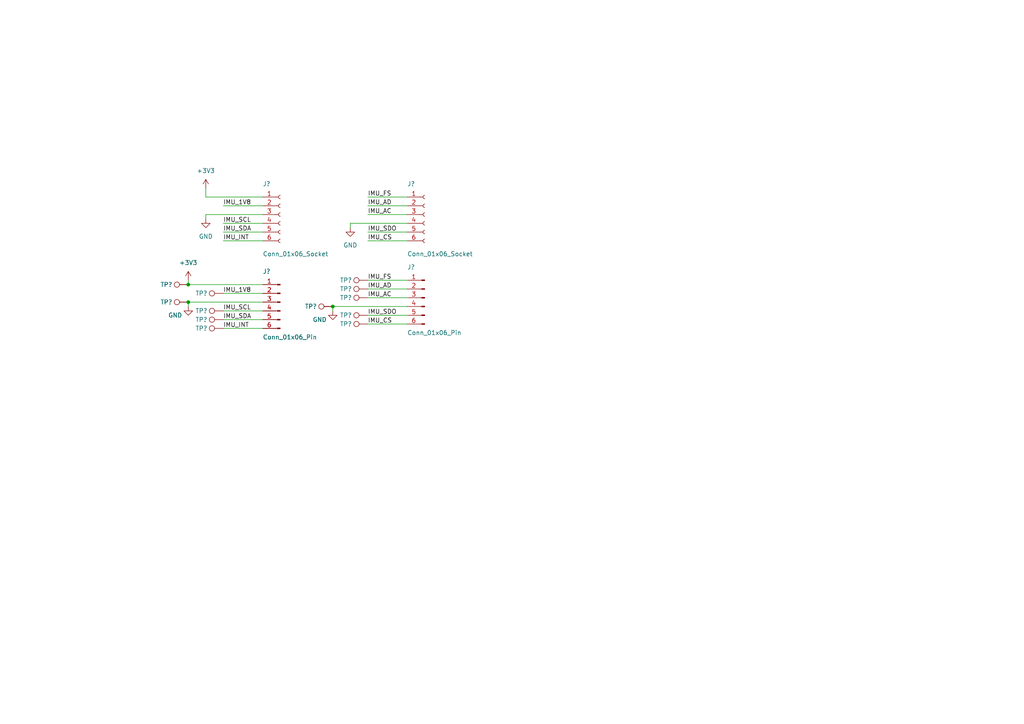
<source format=kicad_sch>
(kicad_sch (version 20230121) (generator eeschema)
  (paper "A4")
  (lib_symbols
    (symbol "Connector:Conn_01x06_Pin" (pin_names (offset 1.016) hide)
      (property "Reference" "J" (at 0 7.62 0))
      (property "Value" "Conn_01x06_Pin" (at 0 -10.16 0))
      (symbol "Conn_01x06_Pin_1_1"
        (polyline (pts (xy 1.27 -7.62) (xy 0.8636 -7.62)) (stroke (width 0.1524)))
        (polyline (pts (xy 1.27 -5.08) (xy 0.8636 -5.08)) (stroke (width 0.1524)))
        (polyline (pts (xy 1.27 -2.54) (xy 0.8636 -2.54)) (stroke (width 0.1524)))
        (polyline (pts (xy 1.27 0) (xy 0.8636 0)) (stroke (width 0.1524)))
        (polyline (pts (xy 1.27 2.54) (xy 0.8636 2.54)) (stroke (width 0.1524)))
        (polyline (pts (xy 1.27 5.08) (xy 0.8636 5.08)) (stroke (width 0.1524)))
        (rectangle (start 0.8636 -7.493) (end 0 -7.747) (stroke (width 0.1524)) (fill (type outline)))
        (rectangle (start 0.8636 -4.953) (end 0 -5.207) (stroke (width 0.1524)) (fill (type outline)))
        (rectangle (start 0.8636 -2.413) (end 0 -2.667) (stroke (width 0.1524)) (fill (type outline)))
        (rectangle (start 0.8636 0.127) (end 0 -0.127) (stroke (width 0.1524)) (fill (type outline)))
        (rectangle (start 0.8636 2.667) (end 0 2.413) (stroke (width 0.1524)) (fill (type outline)))
        (rectangle (start 0.8636 5.207) (end 0 4.953) (stroke (width 0.1524)) (fill (type outline)))
        (pin passive line (at 5.08 5.08 180) (length 3.81) (name "Pin_1") (number "1"))
        (pin passive line (at 5.08 2.54 180) (length 3.81) (name "Pin_2") (number "2"))
        (pin passive line (at 5.08 0 180) (length 3.81) (name "Pin_3") (number "3"))
        (pin passive line (at 5.08 -2.54 180) (length 3.81) (name "Pin_4") (number "4"))
        (pin passive line (at 5.08 -5.08 180) (length 3.81) (name "Pin_5") (number "5"))
        (pin passive line (at 5.08 -7.62 180) (length 3.81) (name "Pin_6") (number "6"))
      )
    )
    (symbol "Connector:Conn_01x06_Socket" (pin_names (offset 1.016) hide)
      (property "Reference" "J" (at 0 7.62 0))
      (property "Value" "Conn_01x06_Socket" (at 0 -10.16 0))
      (symbol "Conn_01x06_Socket_1_1"
        (arc (start 0 -7.112) (mid -0.5058 -7.62) (end 0 -8.128) (stroke (width 0.1524)))
        (arc (start 0 -4.572) (mid -0.5058 -5.08) (end 0 -5.588) (stroke (width 0.1524)))
        (arc (start 0 -2.032) (mid -0.5058 -2.54) (end 0 -3.048) (stroke (width 0.1524)))
        (polyline (pts (xy -1.27 -7.62) (xy -0.508 -7.62)) (stroke (width 0.1524)))
        (polyline (pts (xy -1.27 -5.08) (xy -0.508 -5.08)) (stroke (width 0.1524)))
        (polyline (pts (xy -1.27 -2.54) (xy -0.508 -2.54)) (stroke (width 0.1524)))
        (polyline (pts (xy -1.27 0) (xy -0.508 0)) (stroke (width 0.1524)))
        (polyline (pts (xy -1.27 2.54) (xy -0.508 2.54)) (stroke (width 0.1524)))
        (polyline (pts (xy -1.27 5.08) (xy -0.508 5.08)) (stroke (width 0.1524)))
        (arc (start 0 0.508) (mid -0.5058 0) (end 0 -0.508) (stroke (width 0.1524)))
        (arc (start 0 3.048) (mid -0.5058 2.54) (end 0 2.032) (stroke (width 0.1524)))
        (arc (start 0 5.588) (mid -0.5058 5.08) (end 0 4.572) (stroke (width 0.1524)))
        (pin passive line (at -5.08 5.08 0) (length 3.81) (name "Pin_1") (number "1"))
        (pin passive line (at -5.08 2.54 0) (length 3.81) (name "Pin_2") (number "2"))
        (pin passive line (at -5.08 0 0) (length 3.81) (name "Pin_3") (number "3"))
        (pin passive line (at -5.08 -2.54 0) (length 3.81) (name "Pin_4") (number "4"))
        (pin passive line (at -5.08 -5.08 0) (length 3.81) (name "Pin_5") (number "5"))
        (pin passive line (at -5.08 -7.62 0) (length 3.81) (name "Pin_6") (number "6"))
      )
    )
    (symbol "Connector:TestPoint" (pin_numbers hide) (pin_names (offset 0.762) hide)
      (property "Reference" "TP" (at 0 6.858 0))
      (property "Value" "TestPoint" (at 0 5.08 0))
      (symbol "TestPoint_0_1"
        (circle (center 0 3.302) (radius 0.762))
      )
      (symbol "TestPoint_1_1"
        (pin passive line (at 0 0 90) (length 2.54) (name "1") (number "1"))
      )
    )
    (symbol "power:+3V3" (power) (pin_names (offset 0))
      (property "Value" "+3V3" (at 0 3.556 0))
      (symbol "+3V3_0_1"
        (polyline (pts (xy -0.762 1.27) (xy 0 2.54)))
        (polyline (pts (xy 0 0) (xy 0 2.54)))
        (polyline (pts (xy 0 2.54) (xy 0.762 1.27)))
      )
      (symbol "+3V3_1_1"
        (pin power_in line (at 0 0 90) (length 0) hide (name "+3V3") (number "1"))
      )
    )
    (symbol "power:GND" (power) (pin_names (offset 0))
      (property "Value" "GND" (at 0 -3.81 0))
      (symbol "GND_0_1"
        (polyline (pts (xy 0 0) (xy 0 -1.27) (xy 1.27 -1.27) (xy 0 -2.54) (xy -1.27 -1.27) (xy 0 -1.27)))
      )
      (symbol "GND_1_1"
        (pin power_in line (at 0 0 270) (length 0) hide (name "GND") (number "1"))
      )
    )
  )
  (junction (at 54.61 87.63))
  (junction (at 96.52 88.9))
  (junction (at 54.61 82.55))
  (wire (pts (xy 59.69 62.23) (xy 59.69 63.5)))
  (wire (pts (xy 106.68 62.23) (xy 118.11 62.23)))
  (wire (pts (xy 64.77 85.09) (xy 76.2 85.09)))
  (wire (pts (xy 106.68 59.69) (xy 118.11 59.69)))
  (wire (pts (xy 106.68 67.31) (xy 118.11 67.31)))
  (wire (pts (xy 106.68 57.15) (xy 118.11 57.15)))
  (wire (pts (xy 64.77 64.77) (xy 76.2 64.77)))
  (wire (pts (xy 64.77 67.31) (xy 76.2 67.31)))
  (wire (pts (xy 54.61 82.55) (xy 76.2 82.55)))
  (wire (pts (xy 101.6 64.77) (xy 101.6 66.04)))
  (wire (pts (xy 64.77 95.25) (xy 76.2 95.25)))
  (wire (pts (xy 64.77 69.85) (xy 76.2 69.85)))
  (wire (pts (xy 64.77 90.17) (xy 76.2 90.17)))
  (wire (pts (xy 106.68 83.82) (xy 118.11 83.82)))
  (wire (pts (xy 64.77 92.71) (xy 76.2 92.71)))
  (wire (pts (xy 96.52 88.9) (xy 96.52 90.17)))
  (wire (pts (xy 106.68 81.28) (xy 118.11 81.28)))
  (wire (pts (xy 106.68 86.36) (xy 118.11 86.36)))
  (wire (pts (xy 106.68 91.44) (xy 118.11 91.44)))
  (wire (pts (xy 54.61 87.63) (xy 76.2 87.63)))
  (wire (pts (xy 76.2 62.23) (xy 59.69 62.23)))
  (wire (pts (xy 64.77 59.69) (xy 76.2 59.69)))
  (wire (pts (xy 54.61 87.63) (xy 54.61 88.9)))
  (wire (pts (xy 118.11 64.77) (xy 101.6 64.77)))
  (wire (pts (xy 106.68 93.98) (xy 118.11 93.98)))
  (wire (pts (xy 59.69 54.61) (xy 59.69 57.15)))
  (wire (pts (xy 59.69 57.15) (xy 76.2 57.15)))
  (wire (pts (xy 106.68 69.85) (xy 118.11 69.85)))
  (wire (pts (xy 118.11 88.9) (xy 96.52 88.9)))
  (wire (pts (xy 54.61 81.28) (xy 54.61 82.55)))
  (label "IMU_INT" (at 64.77 95.25 0))
  (label "IMU_SDO" (at 106.68 91.44 0))
  (label "IMU_AD" (at 106.68 59.69 0))
  (label "IMU_AD" (at 106.68 83.82 0))
  (label "IMU_FS" (at 106.68 81.28 0))
  (label "IMU_SDA" (at 64.77 67.31 0))
  (label "IMU_CS" (at 106.68 69.85 0))
  (label "IMU_AC" (at 106.68 62.23 0))
  (label "IMU_AC" (at 106.68 86.36 0))
  (label "IMU_1V8" (at 64.77 85.09 0))
  (label "IMU_SDO" (at 106.68 67.31 0))
  (label "IMU_1V8" (at 64.77 59.69 0))
  (label "IMU_CS" (at 106.68 93.98 0))
  (label "IMU_SCL" (at 64.77 90.17 0))
  (label "IMU_INT" (at 64.77 69.85 0))
  (label "IMU_FS" (at 106.68 57.15 0))
  (label "IMU_SCL" (at 64.77 64.77 0))
  (label "IMU_SDA" (at 64.77 92.71 0))
  (symbol (lib_id "power:GND") (at 59.69 63.5 0) (unit 1)
    (property "Reference" "#PWR?" (effects hide))
    (property "Value" "GND" (at 59.69 68.58 0))
  )
  (symbol (lib_id "power:GND") (at 54.61 88.9 0) (unit 1)
    (property "Reference" "#PWR?" (effects hide))
    (property "Value" "GND" (at 50.8 91.44 0))
  )
  (symbol (lib_id "Connector:TestPoint") (at 106.68 91.44 90) (unit 1)
    (property "Reference" "TP?" (at 100.33 91.44 90))
    (property "Value" "TestPoint" (effects hide))
  )
  (symbol (lib_id "Connector:TestPoint") (at 54.61 87.63 90) (unit 1)
    (property "Reference" "TP?" (at 48.26 87.63 90))
    (property "Value" "TestPoint" (effects hide))
  )
  (symbol (lib_id "Connector:Conn_01x06_Pin") (at 123.19 86.36 0) (mirror y) (unit 1)
    (property "Reference" "J?" (at 118.11 77.47 0) (effects (justify right)))
    (property "Value" "Conn_01x06_Pin" (at 118.11 96.52 0) (effects (justify right)))
  )
  (symbol (lib_id "power:+3V3") (at 59.69 54.61 0) (unit 1)
    (property "Reference" "#PWR?" (effects hide))
    (property "Value" "+3V3" (at 59.69 49.53 0))
  )
  (symbol (lib_id "Connector:TestPoint") (at 64.77 90.17 90) (unit 1)
    (property "Reference" "TP?" (at 58.42 90.17 90))
    (property "Value" "TestPoint" (effects hide))
  )
  (symbol (lib_id "power:GND") (at 96.52 90.17 0) (unit 1)
    (property "Reference" "#PWR?" (effects hide))
    (property "Value" "GND" (at 92.71 92.71 0))
  )
  (symbol (lib_id "Connector:TestPoint") (at 54.61 82.55 90) (unit 1)
    (property "Reference" "TP?" (at 48.26 82.55 90))
    (property "Value" "TestPoint" (effects hide))
  )
  (symbol (lib_id "Connector:Conn_01x06_Pin") (at 81.28 87.63 0) (mirror y) (unit 1)
    (property "Reference" "J?" (at 76.2 78.74 0) (effects (justify right)))
    (property "Value" "Conn_01x06_Pin" (at 76.2 97.79 0) (effects (justify right)))
  )
  (symbol (lib_id "power:+3V3") (at 54.61 81.28 0) (unit 1)
    (property "Reference" "#PWR?" (effects hide))
    (property "Value" "+3V3" (at 54.61 76.2 0))
  )
  (symbol (lib_id "Connector:TestPoint") (at 64.77 92.71 90) (unit 1)
    (property "Reference" "TP?" (at 58.42 92.71 90))
    (property "Value" "TestPoint" (effects hide))
  )
  (symbol (lib_id "Connector:TestPoint") (at 96.52 88.9 90) (unit 1)
    (property "Reference" "TP?" (at 90.17 88.9 90))
    (property "Value" "TestPoint" (effects hide))
  )
  (symbol (lib_id "Connector:TestPoint") (at 106.68 81.28 90) (unit 1)
    (property "Reference" "TP?" (at 100.33 81.28 90))
    (property "Value" "TestPoint" (effects hide))
  )
  (symbol (lib_id "Connector:TestPoint") (at 106.68 83.82 90) (unit 1)
    (property "Reference" "TP?" (at 100.33 83.82 90))
    (property "Value" "TestPoint" (effects hide))
  )
  (symbol (lib_id "Connector:TestPoint") (at 64.77 85.09 90) (unit 1)
    (property "Reference" "TP?" (at 58.42 85.09 90))
    (property "Value" "TestPoint" (effects hide))
  )
  (symbol (lib_id "Connector:TestPoint") (at 106.68 86.36 90) (unit 1)
    (property "Reference" "TP?" (at 100.33 86.36 90))
    (property "Value" "TestPoint" (effects hide))
  )
  (symbol (lib_id "Connector:TestPoint") (at 64.77 95.25 90) (unit 1)
    (property "Reference" "TP?" (at 58.42 95.25 90))
    (property "Value" "TestPoint" (effects hide))
  )
  (symbol (lib_id "Connector:Conn_01x06_Socket") (at 81.28 62.23 0) (unit 1)
    (property "Reference" "J?" (at 76.2 53.34 0) (effects (justify left)))
    (property "Value" "Conn_01x06_Socket" (at 76.2 73.66 0) (effects (justify left)))
  )
  (symbol (lib_id "Connector:TestPoint") (at 106.68 93.98 90) (unit 1)
    (property "Reference" "TP?" (at 100.33 93.98 90))
    (property "Value" "TestPoint" (effects hide))
  )
  (symbol (lib_id "Connector:Conn_01x06_Socket") (at 123.19 62.23 0) (unit 1)
    (property "Reference" "J?" (at 118.11 53.34 0) (effects (justify left)))
    (property "Value" "Conn_01x06_Socket" (at 118.11 73.66 0) (effects (justify left)))
  )
  (symbol (lib_id "power:GND") (at 101.6 66.04 0) (unit 1)
    (property "Reference" "#PWR?" (effects hide))
    (property "Value" "GND" (at 101.6 71.12 0))
  )
)
</source>
